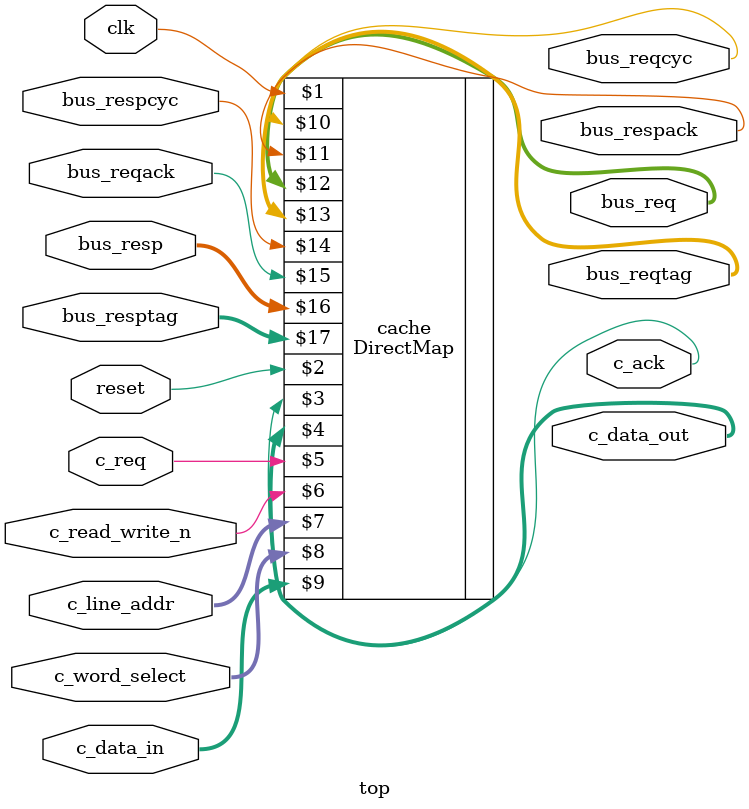
<source format=sv>
/**
 * To plumb your cache into the reset of verilator
 */

module top(
  input  reset, 
         clk,

  // interface to connect to the processor
  output c_ack,
  output [31:0] c_data_out,
  input  c_req,
  input  c_read_write_n,
  input  [57:0] c_line_addr,
  input  [31:0] c_data_in,
  input  [3:0] c_word_select,
  
  // interface to connect to the bus
  output bus_reqcyc,
  output bus_respack,
  output [63:0] bus_req,
  output [12:0] bus_reqtag,
  input  bus_respcyc,
  input  bus_reqack,
  input  [63:0] bus_resp,
  input  [12:0] bus_resptag
);

    // instantiate the cache
    // it has 16 words of 4 bytes each per line (each line = 64B)
    // The cache only has 2**4=16 sets to make sure block replacement happens
    DirectMap
    #(
      .BUS_DATA_WIDTH(64),
      .BUS_TAG_WIDTH(13),
      .WORD_SIZE(4),
      .LOG_WORDS_PER_LINE(4),
      .ADDR_WIDTH(64-6),
      .LOG_NUM_SETS(4)
    )
    cache
    (
      clk, reset,
      c_ack, c_data_out, c_req, c_read_write_n, c_line_addr, c_word_select, c_data_in,
      bus_reqcyc, bus_respack, bus_req, bus_reqtag, bus_respcyc, bus_reqack, bus_resp, bus_resptag
    );
    
endmodule // top



</source>
